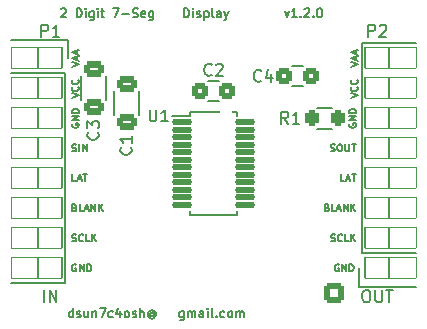
<source format=gbr>
G04 #@! TF.GenerationSoftware,KiCad,Pcbnew,8.0.6*
G04 #@! TF.CreationDate,2025-01-22T10:29:33-05:00*
G04 #@! TF.ProjectId,disp,64697370-2e6b-4696-9361-645f70636258,rev?*
G04 #@! TF.SameCoordinates,Original*
G04 #@! TF.FileFunction,Legend,Top*
G04 #@! TF.FilePolarity,Positive*
%FSLAX46Y46*%
G04 Gerber Fmt 4.6, Leading zero omitted, Abs format (unit mm)*
G04 Created by KiCad (PCBNEW 8.0.6) date 2025-01-22 10:29:33*
%MOMM*%
%LPD*%
G01*
G04 APERTURE LIST*
G04 Aperture macros list*
%AMRoundRect*
0 Rectangle with rounded corners*
0 $1 Rounding radius*
0 $2 $3 $4 $5 $6 $7 $8 $9 X,Y pos of 4 corners*
0 Add a 4 corners polygon primitive as box body*
4,1,4,$2,$3,$4,$5,$6,$7,$8,$9,$2,$3,0*
0 Add four circle primitives for the rounded corners*
1,1,$1+$1,$2,$3*
1,1,$1+$1,$4,$5*
1,1,$1+$1,$6,$7*
1,1,$1+$1,$8,$9*
0 Add four rect primitives between the rounded corners*
20,1,$1+$1,$2,$3,$4,$5,0*
20,1,$1+$1,$4,$5,$6,$7,0*
20,1,$1+$1,$6,$7,$8,$9,0*
20,1,$1+$1,$8,$9,$2,$3,0*%
G04 Aperture macros list end*
%ADD10C,0.150000*%
%ADD11RoundRect,0.265875X0.584925X0.584925X-0.584925X0.584925X-0.584925X-0.584925X0.584925X-0.584925X0*%
%ADD12C,1.701600*%
%ADD13RoundRect,0.275400X-0.275400X-0.425400X0.275400X-0.425400X0.275400X0.425400X-0.275400X0.425400X0*%
%ADD14RoundRect,0.270320X-0.430480X-0.405480X0.430480X-0.405480X0.430480X0.405480X-0.430480X0.405480X0*%
%ADD15RoundRect,0.270320X0.430480X0.405480X-0.430480X0.405480X-0.430480X-0.405480X0.430480X-0.405480X0*%
%ADD16RoundRect,0.271167X-0.579633X0.379633X-0.579633X-0.379633X0.579633X-0.379633X0.579633X0.379633X0*%
%ADD17RoundRect,0.050800X1.651000X0.889000X-1.651000X0.889000X-1.651000X-0.889000X1.651000X-0.889000X0*%
%ADD18RoundRect,0.050800X1.016000X0.889000X-1.016000X0.889000X-1.016000X-0.889000X1.016000X-0.889000X0*%
%ADD19RoundRect,0.050800X-1.651000X-0.889000X1.651000X-0.889000X1.651000X0.889000X-1.651000X0.889000X0*%
%ADD20RoundRect,0.050800X-1.016000X-0.889000X1.016000X-0.889000X1.016000X0.889000X-1.016000X0.889000X0*%
%ADD21RoundRect,0.125400X-0.725400X-0.125400X0.725400X-0.125400X0.725400X0.125400X-0.725400X0.125400X0*%
%ADD22C,1.244600*%
%ADD23C,0.990600*%
G04 APERTURE END LIST*
D10*
X156289342Y-95707142D02*
X156260771Y-95764285D01*
X156260771Y-95764285D02*
X156260771Y-95849999D01*
X156260771Y-95849999D02*
X156289342Y-95935713D01*
X156289342Y-95935713D02*
X156346485Y-95992856D01*
X156346485Y-95992856D02*
X156403628Y-96021427D01*
X156403628Y-96021427D02*
X156517914Y-96049999D01*
X156517914Y-96049999D02*
X156603628Y-96049999D01*
X156603628Y-96049999D02*
X156717914Y-96021427D01*
X156717914Y-96021427D02*
X156775057Y-95992856D01*
X156775057Y-95992856D02*
X156832200Y-95935713D01*
X156832200Y-95935713D02*
X156860771Y-95849999D01*
X156860771Y-95849999D02*
X156860771Y-95792856D01*
X156860771Y-95792856D02*
X156832200Y-95707142D01*
X156832200Y-95707142D02*
X156803628Y-95678570D01*
X156803628Y-95678570D02*
X156603628Y-95678570D01*
X156603628Y-95678570D02*
X156603628Y-95792856D01*
X156860771Y-95421427D02*
X156260771Y-95421427D01*
X156260771Y-95421427D02*
X156860771Y-95078570D01*
X156860771Y-95078570D02*
X156260771Y-95078570D01*
X156860771Y-94792856D02*
X156260771Y-94792856D01*
X156260771Y-94792856D02*
X156260771Y-94649999D01*
X156260771Y-94649999D02*
X156289342Y-94564285D01*
X156289342Y-94564285D02*
X156346485Y-94507142D01*
X156346485Y-94507142D02*
X156403628Y-94478571D01*
X156403628Y-94478571D02*
X156517914Y-94449999D01*
X156517914Y-94449999D02*
X156603628Y-94449999D01*
X156603628Y-94449999D02*
X156717914Y-94478571D01*
X156717914Y-94478571D02*
X156775057Y-94507142D01*
X156775057Y-94507142D02*
X156832200Y-94564285D01*
X156832200Y-94564285D02*
X156860771Y-94649999D01*
X156860771Y-94649999D02*
X156860771Y-94792856D01*
X154387602Y-102825485D02*
X154473316Y-102854057D01*
X154473316Y-102854057D02*
X154501887Y-102882628D01*
X154501887Y-102882628D02*
X154530459Y-102939771D01*
X154530459Y-102939771D02*
X154530459Y-103025485D01*
X154530459Y-103025485D02*
X154501887Y-103082628D01*
X154501887Y-103082628D02*
X154473316Y-103111200D01*
X154473316Y-103111200D02*
X154416173Y-103139771D01*
X154416173Y-103139771D02*
X154187602Y-103139771D01*
X154187602Y-103139771D02*
X154187602Y-102539771D01*
X154187602Y-102539771D02*
X154387602Y-102539771D01*
X154387602Y-102539771D02*
X154444745Y-102568342D01*
X154444745Y-102568342D02*
X154473316Y-102596914D01*
X154473316Y-102596914D02*
X154501887Y-102654057D01*
X154501887Y-102654057D02*
X154501887Y-102711200D01*
X154501887Y-102711200D02*
X154473316Y-102768342D01*
X154473316Y-102768342D02*
X154444745Y-102796914D01*
X154444745Y-102796914D02*
X154387602Y-102825485D01*
X154387602Y-102825485D02*
X154187602Y-102825485D01*
X155073316Y-103139771D02*
X154787602Y-103139771D01*
X154787602Y-103139771D02*
X154787602Y-102539771D01*
X155244744Y-102968342D02*
X155530459Y-102968342D01*
X155187601Y-103139771D02*
X155387601Y-102539771D01*
X155387601Y-102539771D02*
X155587601Y-103139771D01*
X155787602Y-103139771D02*
X155787602Y-102539771D01*
X155787602Y-102539771D02*
X156130459Y-103139771D01*
X156130459Y-103139771D02*
X156130459Y-102539771D01*
X156416173Y-103139771D02*
X156416173Y-102539771D01*
X156759030Y-103139771D02*
X156501887Y-102796914D01*
X156759030Y-102539771D02*
X156416173Y-102882628D01*
X155374887Y-107648342D02*
X155317745Y-107619771D01*
X155317745Y-107619771D02*
X155232030Y-107619771D01*
X155232030Y-107619771D02*
X155146316Y-107648342D01*
X155146316Y-107648342D02*
X155089173Y-107705485D01*
X155089173Y-107705485D02*
X155060602Y-107762628D01*
X155060602Y-107762628D02*
X155032030Y-107876914D01*
X155032030Y-107876914D02*
X155032030Y-107962628D01*
X155032030Y-107962628D02*
X155060602Y-108076914D01*
X155060602Y-108076914D02*
X155089173Y-108134057D01*
X155089173Y-108134057D02*
X155146316Y-108191200D01*
X155146316Y-108191200D02*
X155232030Y-108219771D01*
X155232030Y-108219771D02*
X155289173Y-108219771D01*
X155289173Y-108219771D02*
X155374887Y-108191200D01*
X155374887Y-108191200D02*
X155403459Y-108162628D01*
X155403459Y-108162628D02*
X155403459Y-107962628D01*
X155403459Y-107962628D02*
X155289173Y-107962628D01*
X155660602Y-108219771D02*
X155660602Y-107619771D01*
X155660602Y-107619771D02*
X156003459Y-108219771D01*
X156003459Y-108219771D02*
X156003459Y-107619771D01*
X156289173Y-108219771D02*
X156289173Y-107619771D01*
X156289173Y-107619771D02*
X156432030Y-107619771D01*
X156432030Y-107619771D02*
X156517744Y-107648342D01*
X156517744Y-107648342D02*
X156574887Y-107705485D01*
X156574887Y-107705485D02*
X156603458Y-107762628D01*
X156603458Y-107762628D02*
X156632030Y-107876914D01*
X156632030Y-107876914D02*
X156632030Y-107962628D01*
X156632030Y-107962628D02*
X156603458Y-108076914D01*
X156603458Y-108076914D02*
X156574887Y-108134057D01*
X156574887Y-108134057D02*
X156517744Y-108191200D01*
X156517744Y-108191200D02*
X156432030Y-108219771D01*
X156432030Y-108219771D02*
X156289173Y-108219771D01*
X157623000Y-109817819D02*
X157813476Y-109817819D01*
X157813476Y-109817819D02*
X157908714Y-109865438D01*
X157908714Y-109865438D02*
X158003952Y-109960676D01*
X158003952Y-109960676D02*
X158051571Y-110151152D01*
X158051571Y-110151152D02*
X158051571Y-110484485D01*
X158051571Y-110484485D02*
X158003952Y-110674961D01*
X158003952Y-110674961D02*
X157908714Y-110770200D01*
X157908714Y-110770200D02*
X157813476Y-110817819D01*
X157813476Y-110817819D02*
X157623000Y-110817819D01*
X157623000Y-110817819D02*
X157527762Y-110770200D01*
X157527762Y-110770200D02*
X157432524Y-110674961D01*
X157432524Y-110674961D02*
X157384905Y-110484485D01*
X157384905Y-110484485D02*
X157384905Y-110151152D01*
X157384905Y-110151152D02*
X157432524Y-109960676D01*
X157432524Y-109960676D02*
X157527762Y-109865438D01*
X157527762Y-109865438D02*
X157623000Y-109817819D01*
X158480143Y-109817819D02*
X158480143Y-110627342D01*
X158480143Y-110627342D02*
X158527762Y-110722580D01*
X158527762Y-110722580D02*
X158575381Y-110770200D01*
X158575381Y-110770200D02*
X158670619Y-110817819D01*
X158670619Y-110817819D02*
X158861095Y-110817819D01*
X158861095Y-110817819D02*
X158956333Y-110770200D01*
X158956333Y-110770200D02*
X159003952Y-110722580D01*
X159003952Y-110722580D02*
X159051571Y-110627342D01*
X159051571Y-110627342D02*
X159051571Y-109817819D01*
X159384905Y-109817819D02*
X159956333Y-109817819D01*
X159670619Y-110817819D02*
X159670619Y-109817819D01*
X132800969Y-105651200D02*
X132886684Y-105679771D01*
X132886684Y-105679771D02*
X133029541Y-105679771D01*
X133029541Y-105679771D02*
X133086684Y-105651200D01*
X133086684Y-105651200D02*
X133115255Y-105622628D01*
X133115255Y-105622628D02*
X133143826Y-105565485D01*
X133143826Y-105565485D02*
X133143826Y-105508342D01*
X133143826Y-105508342D02*
X133115255Y-105451200D01*
X133115255Y-105451200D02*
X133086684Y-105422628D01*
X133086684Y-105422628D02*
X133029541Y-105394057D01*
X133029541Y-105394057D02*
X132915255Y-105365485D01*
X132915255Y-105365485D02*
X132858112Y-105336914D01*
X132858112Y-105336914D02*
X132829541Y-105308342D01*
X132829541Y-105308342D02*
X132800969Y-105251200D01*
X132800969Y-105251200D02*
X132800969Y-105194057D01*
X132800969Y-105194057D02*
X132829541Y-105136914D01*
X132829541Y-105136914D02*
X132858112Y-105108342D01*
X132858112Y-105108342D02*
X132915255Y-105079771D01*
X132915255Y-105079771D02*
X133058112Y-105079771D01*
X133058112Y-105079771D02*
X133143826Y-105108342D01*
X133743827Y-105622628D02*
X133715255Y-105651200D01*
X133715255Y-105651200D02*
X133629541Y-105679771D01*
X133629541Y-105679771D02*
X133572398Y-105679771D01*
X133572398Y-105679771D02*
X133486684Y-105651200D01*
X133486684Y-105651200D02*
X133429541Y-105594057D01*
X133429541Y-105594057D02*
X133400970Y-105536914D01*
X133400970Y-105536914D02*
X133372398Y-105422628D01*
X133372398Y-105422628D02*
X133372398Y-105336914D01*
X133372398Y-105336914D02*
X133400970Y-105222628D01*
X133400970Y-105222628D02*
X133429541Y-105165485D01*
X133429541Y-105165485D02*
X133486684Y-105108342D01*
X133486684Y-105108342D02*
X133572398Y-105079771D01*
X133572398Y-105079771D02*
X133629541Y-105079771D01*
X133629541Y-105079771D02*
X133715255Y-105108342D01*
X133715255Y-105108342D02*
X133743827Y-105136914D01*
X134286684Y-105679771D02*
X134000970Y-105679771D01*
X134000970Y-105679771D02*
X134000970Y-105079771D01*
X134486684Y-105679771D02*
X134486684Y-105079771D01*
X134829541Y-105679771D02*
X134572398Y-105336914D01*
X134829541Y-105079771D02*
X134486684Y-105422628D01*
X131866571Y-86020592D02*
X131902285Y-85984878D01*
X131902285Y-85984878D02*
X131973714Y-85949164D01*
X131973714Y-85949164D02*
X132152285Y-85949164D01*
X132152285Y-85949164D02*
X132223714Y-85984878D01*
X132223714Y-85984878D02*
X132259428Y-86020592D01*
X132259428Y-86020592D02*
X132295142Y-86092021D01*
X132295142Y-86092021D02*
X132295142Y-86163450D01*
X132295142Y-86163450D02*
X132259428Y-86270592D01*
X132259428Y-86270592D02*
X131830856Y-86699164D01*
X131830856Y-86699164D02*
X132295142Y-86699164D01*
X133188000Y-86699164D02*
X133188000Y-85949164D01*
X133188000Y-85949164D02*
X133366571Y-85949164D01*
X133366571Y-85949164D02*
X133473714Y-85984878D01*
X133473714Y-85984878D02*
X133545143Y-86056307D01*
X133545143Y-86056307D02*
X133580857Y-86127735D01*
X133580857Y-86127735D02*
X133616571Y-86270592D01*
X133616571Y-86270592D02*
X133616571Y-86377735D01*
X133616571Y-86377735D02*
X133580857Y-86520592D01*
X133580857Y-86520592D02*
X133545143Y-86592021D01*
X133545143Y-86592021D02*
X133473714Y-86663450D01*
X133473714Y-86663450D02*
X133366571Y-86699164D01*
X133366571Y-86699164D02*
X133188000Y-86699164D01*
X133938000Y-86699164D02*
X133938000Y-86199164D01*
X133938000Y-85949164D02*
X133902286Y-85984878D01*
X133902286Y-85984878D02*
X133938000Y-86020592D01*
X133938000Y-86020592D02*
X133973714Y-85984878D01*
X133973714Y-85984878D02*
X133938000Y-85949164D01*
X133938000Y-85949164D02*
X133938000Y-86020592D01*
X134616572Y-86199164D02*
X134616572Y-86806307D01*
X134616572Y-86806307D02*
X134580857Y-86877735D01*
X134580857Y-86877735D02*
X134545143Y-86913450D01*
X134545143Y-86913450D02*
X134473714Y-86949164D01*
X134473714Y-86949164D02*
X134366572Y-86949164D01*
X134366572Y-86949164D02*
X134295143Y-86913450D01*
X134616572Y-86663450D02*
X134545143Y-86699164D01*
X134545143Y-86699164D02*
X134402286Y-86699164D01*
X134402286Y-86699164D02*
X134330857Y-86663450D01*
X134330857Y-86663450D02*
X134295143Y-86627735D01*
X134295143Y-86627735D02*
X134259429Y-86556307D01*
X134259429Y-86556307D02*
X134259429Y-86342021D01*
X134259429Y-86342021D02*
X134295143Y-86270592D01*
X134295143Y-86270592D02*
X134330857Y-86234878D01*
X134330857Y-86234878D02*
X134402286Y-86199164D01*
X134402286Y-86199164D02*
X134545143Y-86199164D01*
X134545143Y-86199164D02*
X134616572Y-86234878D01*
X134973714Y-86699164D02*
X134973714Y-86199164D01*
X134973714Y-85949164D02*
X134938000Y-85984878D01*
X134938000Y-85984878D02*
X134973714Y-86020592D01*
X134973714Y-86020592D02*
X135009428Y-85984878D01*
X135009428Y-85984878D02*
X134973714Y-85949164D01*
X134973714Y-85949164D02*
X134973714Y-86020592D01*
X135223714Y-86199164D02*
X135509428Y-86199164D01*
X135330857Y-85949164D02*
X135330857Y-86592021D01*
X135330857Y-86592021D02*
X135366571Y-86663450D01*
X135366571Y-86663450D02*
X135438000Y-86699164D01*
X135438000Y-86699164D02*
X135509428Y-86699164D01*
X136259428Y-85949164D02*
X136759428Y-85949164D01*
X136759428Y-85949164D02*
X136438000Y-86699164D01*
X137045143Y-86413450D02*
X137616572Y-86413450D01*
X137938000Y-86663450D02*
X138045143Y-86699164D01*
X138045143Y-86699164D02*
X138223714Y-86699164D01*
X138223714Y-86699164D02*
X138295143Y-86663450D01*
X138295143Y-86663450D02*
X138330857Y-86627735D01*
X138330857Y-86627735D02*
X138366571Y-86556307D01*
X138366571Y-86556307D02*
X138366571Y-86484878D01*
X138366571Y-86484878D02*
X138330857Y-86413450D01*
X138330857Y-86413450D02*
X138295143Y-86377735D01*
X138295143Y-86377735D02*
X138223714Y-86342021D01*
X138223714Y-86342021D02*
X138080857Y-86306307D01*
X138080857Y-86306307D02*
X138009428Y-86270592D01*
X138009428Y-86270592D02*
X137973714Y-86234878D01*
X137973714Y-86234878D02*
X137938000Y-86163450D01*
X137938000Y-86163450D02*
X137938000Y-86092021D01*
X137938000Y-86092021D02*
X137973714Y-86020592D01*
X137973714Y-86020592D02*
X138009428Y-85984878D01*
X138009428Y-85984878D02*
X138080857Y-85949164D01*
X138080857Y-85949164D02*
X138259428Y-85949164D01*
X138259428Y-85949164D02*
X138366571Y-85984878D01*
X138973714Y-86663450D02*
X138902286Y-86699164D01*
X138902286Y-86699164D02*
X138759429Y-86699164D01*
X138759429Y-86699164D02*
X138688000Y-86663450D01*
X138688000Y-86663450D02*
X138652286Y-86592021D01*
X138652286Y-86592021D02*
X138652286Y-86306307D01*
X138652286Y-86306307D02*
X138688000Y-86234878D01*
X138688000Y-86234878D02*
X138759429Y-86199164D01*
X138759429Y-86199164D02*
X138902286Y-86199164D01*
X138902286Y-86199164D02*
X138973714Y-86234878D01*
X138973714Y-86234878D02*
X139009429Y-86306307D01*
X139009429Y-86306307D02*
X139009429Y-86377735D01*
X139009429Y-86377735D02*
X138652286Y-86449164D01*
X139652286Y-86199164D02*
X139652286Y-86806307D01*
X139652286Y-86806307D02*
X139616571Y-86877735D01*
X139616571Y-86877735D02*
X139580857Y-86913450D01*
X139580857Y-86913450D02*
X139509428Y-86949164D01*
X139509428Y-86949164D02*
X139402286Y-86949164D01*
X139402286Y-86949164D02*
X139330857Y-86913450D01*
X139652286Y-86663450D02*
X139580857Y-86699164D01*
X139580857Y-86699164D02*
X139438000Y-86699164D01*
X139438000Y-86699164D02*
X139366571Y-86663450D01*
X139366571Y-86663450D02*
X139330857Y-86627735D01*
X139330857Y-86627735D02*
X139295143Y-86556307D01*
X139295143Y-86556307D02*
X139295143Y-86342021D01*
X139295143Y-86342021D02*
X139330857Y-86270592D01*
X139330857Y-86270592D02*
X139366571Y-86234878D01*
X139366571Y-86234878D02*
X139438000Y-86199164D01*
X139438000Y-86199164D02*
X139580857Y-86199164D01*
X139580857Y-86199164D02*
X139652286Y-86234878D01*
X142295144Y-86699164D02*
X142295144Y-85949164D01*
X142295144Y-85949164D02*
X142473715Y-85949164D01*
X142473715Y-85949164D02*
X142580858Y-85984878D01*
X142580858Y-85984878D02*
X142652287Y-86056307D01*
X142652287Y-86056307D02*
X142688001Y-86127735D01*
X142688001Y-86127735D02*
X142723715Y-86270592D01*
X142723715Y-86270592D02*
X142723715Y-86377735D01*
X142723715Y-86377735D02*
X142688001Y-86520592D01*
X142688001Y-86520592D02*
X142652287Y-86592021D01*
X142652287Y-86592021D02*
X142580858Y-86663450D01*
X142580858Y-86663450D02*
X142473715Y-86699164D01*
X142473715Y-86699164D02*
X142295144Y-86699164D01*
X143045144Y-86699164D02*
X143045144Y-86199164D01*
X143045144Y-85949164D02*
X143009430Y-85984878D01*
X143009430Y-85984878D02*
X143045144Y-86020592D01*
X143045144Y-86020592D02*
X143080858Y-85984878D01*
X143080858Y-85984878D02*
X143045144Y-85949164D01*
X143045144Y-85949164D02*
X143045144Y-86020592D01*
X143366573Y-86663450D02*
X143438001Y-86699164D01*
X143438001Y-86699164D02*
X143580858Y-86699164D01*
X143580858Y-86699164D02*
X143652287Y-86663450D01*
X143652287Y-86663450D02*
X143688001Y-86592021D01*
X143688001Y-86592021D02*
X143688001Y-86556307D01*
X143688001Y-86556307D02*
X143652287Y-86484878D01*
X143652287Y-86484878D02*
X143580858Y-86449164D01*
X143580858Y-86449164D02*
X143473716Y-86449164D01*
X143473716Y-86449164D02*
X143402287Y-86413450D01*
X143402287Y-86413450D02*
X143366573Y-86342021D01*
X143366573Y-86342021D02*
X143366573Y-86306307D01*
X143366573Y-86306307D02*
X143402287Y-86234878D01*
X143402287Y-86234878D02*
X143473716Y-86199164D01*
X143473716Y-86199164D02*
X143580858Y-86199164D01*
X143580858Y-86199164D02*
X143652287Y-86234878D01*
X144009430Y-86199164D02*
X144009430Y-86949164D01*
X144009430Y-86234878D02*
X144080859Y-86199164D01*
X144080859Y-86199164D02*
X144223716Y-86199164D01*
X144223716Y-86199164D02*
X144295144Y-86234878D01*
X144295144Y-86234878D02*
X144330859Y-86270592D01*
X144330859Y-86270592D02*
X144366573Y-86342021D01*
X144366573Y-86342021D02*
X144366573Y-86556307D01*
X144366573Y-86556307D02*
X144330859Y-86627735D01*
X144330859Y-86627735D02*
X144295144Y-86663450D01*
X144295144Y-86663450D02*
X144223716Y-86699164D01*
X144223716Y-86699164D02*
X144080859Y-86699164D01*
X144080859Y-86699164D02*
X144009430Y-86663450D01*
X144795144Y-86699164D02*
X144723715Y-86663450D01*
X144723715Y-86663450D02*
X144688001Y-86592021D01*
X144688001Y-86592021D02*
X144688001Y-85949164D01*
X145402287Y-86699164D02*
X145402287Y-86306307D01*
X145402287Y-86306307D02*
X145366572Y-86234878D01*
X145366572Y-86234878D02*
X145295144Y-86199164D01*
X145295144Y-86199164D02*
X145152287Y-86199164D01*
X145152287Y-86199164D02*
X145080858Y-86234878D01*
X145402287Y-86663450D02*
X145330858Y-86699164D01*
X145330858Y-86699164D02*
X145152287Y-86699164D01*
X145152287Y-86699164D02*
X145080858Y-86663450D01*
X145080858Y-86663450D02*
X145045144Y-86592021D01*
X145045144Y-86592021D02*
X145045144Y-86520592D01*
X145045144Y-86520592D02*
X145080858Y-86449164D01*
X145080858Y-86449164D02*
X145152287Y-86413450D01*
X145152287Y-86413450D02*
X145330858Y-86413450D01*
X145330858Y-86413450D02*
X145402287Y-86377735D01*
X145688000Y-86199164D02*
X145866572Y-86699164D01*
X146045143Y-86199164D02*
X145866572Y-86699164D01*
X145866572Y-86699164D02*
X145795143Y-86877735D01*
X145795143Y-86877735D02*
X145759429Y-86913450D01*
X145759429Y-86913450D02*
X145688000Y-86949164D01*
X156387771Y-93510000D02*
X156987771Y-93310000D01*
X156987771Y-93310000D02*
X156387771Y-93110000D01*
X156930628Y-92567142D02*
X156959200Y-92595714D01*
X156959200Y-92595714D02*
X156987771Y-92681428D01*
X156987771Y-92681428D02*
X156987771Y-92738571D01*
X156987771Y-92738571D02*
X156959200Y-92824285D01*
X156959200Y-92824285D02*
X156902057Y-92881428D01*
X156902057Y-92881428D02*
X156844914Y-92909999D01*
X156844914Y-92909999D02*
X156730628Y-92938571D01*
X156730628Y-92938571D02*
X156644914Y-92938571D01*
X156644914Y-92938571D02*
X156530628Y-92909999D01*
X156530628Y-92909999D02*
X156473485Y-92881428D01*
X156473485Y-92881428D02*
X156416342Y-92824285D01*
X156416342Y-92824285D02*
X156387771Y-92738571D01*
X156387771Y-92738571D02*
X156387771Y-92681428D01*
X156387771Y-92681428D02*
X156416342Y-92595714D01*
X156416342Y-92595714D02*
X156444914Y-92567142D01*
X156930628Y-91967142D02*
X156959200Y-91995714D01*
X156959200Y-91995714D02*
X156987771Y-92081428D01*
X156987771Y-92081428D02*
X156987771Y-92138571D01*
X156987771Y-92138571D02*
X156959200Y-92224285D01*
X156959200Y-92224285D02*
X156902057Y-92281428D01*
X156902057Y-92281428D02*
X156844914Y-92309999D01*
X156844914Y-92309999D02*
X156730628Y-92338571D01*
X156730628Y-92338571D02*
X156644914Y-92338571D01*
X156644914Y-92338571D02*
X156530628Y-92309999D01*
X156530628Y-92309999D02*
X156473485Y-92281428D01*
X156473485Y-92281428D02*
X156416342Y-92224285D01*
X156416342Y-92224285D02*
X156387771Y-92138571D01*
X156387771Y-92138571D02*
X156387771Y-92081428D01*
X156387771Y-92081428D02*
X156416342Y-91995714D01*
X156416342Y-91995714D02*
X156444914Y-91967142D01*
X155844744Y-100599771D02*
X155559030Y-100599771D01*
X155559030Y-100599771D02*
X155559030Y-99999771D01*
X156016172Y-100428342D02*
X156301887Y-100428342D01*
X155959029Y-100599771D02*
X156159029Y-99999771D01*
X156159029Y-99999771D02*
X156359029Y-100599771D01*
X156473315Y-99999771D02*
X156816173Y-99999771D01*
X156644744Y-100599771D02*
X156644744Y-99999771D01*
X154701887Y-98031200D02*
X154787602Y-98059771D01*
X154787602Y-98059771D02*
X154930459Y-98059771D01*
X154930459Y-98059771D02*
X154987602Y-98031200D01*
X154987602Y-98031200D02*
X155016173Y-98002628D01*
X155016173Y-98002628D02*
X155044744Y-97945485D01*
X155044744Y-97945485D02*
X155044744Y-97888342D01*
X155044744Y-97888342D02*
X155016173Y-97831200D01*
X155016173Y-97831200D02*
X154987602Y-97802628D01*
X154987602Y-97802628D02*
X154930459Y-97774057D01*
X154930459Y-97774057D02*
X154816173Y-97745485D01*
X154816173Y-97745485D02*
X154759030Y-97716914D01*
X154759030Y-97716914D02*
X154730459Y-97688342D01*
X154730459Y-97688342D02*
X154701887Y-97631200D01*
X154701887Y-97631200D02*
X154701887Y-97574057D01*
X154701887Y-97574057D02*
X154730459Y-97516914D01*
X154730459Y-97516914D02*
X154759030Y-97488342D01*
X154759030Y-97488342D02*
X154816173Y-97459771D01*
X154816173Y-97459771D02*
X154959030Y-97459771D01*
X154959030Y-97459771D02*
X155044744Y-97488342D01*
X155416173Y-97459771D02*
X155530459Y-97459771D01*
X155530459Y-97459771D02*
X155587602Y-97488342D01*
X155587602Y-97488342D02*
X155644745Y-97545485D01*
X155644745Y-97545485D02*
X155673316Y-97659771D01*
X155673316Y-97659771D02*
X155673316Y-97859771D01*
X155673316Y-97859771D02*
X155644745Y-97974057D01*
X155644745Y-97974057D02*
X155587602Y-98031200D01*
X155587602Y-98031200D02*
X155530459Y-98059771D01*
X155530459Y-98059771D02*
X155416173Y-98059771D01*
X155416173Y-98059771D02*
X155359031Y-98031200D01*
X155359031Y-98031200D02*
X155301888Y-97974057D01*
X155301888Y-97974057D02*
X155273316Y-97859771D01*
X155273316Y-97859771D02*
X155273316Y-97659771D01*
X155273316Y-97659771D02*
X155301888Y-97545485D01*
X155301888Y-97545485D02*
X155359031Y-97488342D01*
X155359031Y-97488342D02*
X155416173Y-97459771D01*
X155930459Y-97459771D02*
X155930459Y-97945485D01*
X155930459Y-97945485D02*
X155959030Y-98002628D01*
X155959030Y-98002628D02*
X155987602Y-98031200D01*
X155987602Y-98031200D02*
X156044744Y-98059771D01*
X156044744Y-98059771D02*
X156159030Y-98059771D01*
X156159030Y-98059771D02*
X156216173Y-98031200D01*
X156216173Y-98031200D02*
X156244744Y-98002628D01*
X156244744Y-98002628D02*
X156273316Y-97945485D01*
X156273316Y-97945485D02*
X156273316Y-97459771D01*
X156473315Y-97459771D02*
X156816173Y-97459771D01*
X156644744Y-98059771D02*
X156644744Y-97459771D01*
X156387771Y-90884286D02*
X156987771Y-90684286D01*
X156987771Y-90684286D02*
X156387771Y-90484286D01*
X156816342Y-90312857D02*
X156816342Y-90027143D01*
X156987771Y-90370000D02*
X156387771Y-90170000D01*
X156387771Y-90170000D02*
X156987771Y-89970000D01*
X156816342Y-89798571D02*
X156816342Y-89512857D01*
X156987771Y-89855714D02*
X156387771Y-89655714D01*
X156387771Y-89655714D02*
X156987771Y-89455714D01*
X132800969Y-98031200D02*
X132886684Y-98059771D01*
X132886684Y-98059771D02*
X133029541Y-98059771D01*
X133029541Y-98059771D02*
X133086684Y-98031200D01*
X133086684Y-98031200D02*
X133115255Y-98002628D01*
X133115255Y-98002628D02*
X133143826Y-97945485D01*
X133143826Y-97945485D02*
X133143826Y-97888342D01*
X133143826Y-97888342D02*
X133115255Y-97831200D01*
X133115255Y-97831200D02*
X133086684Y-97802628D01*
X133086684Y-97802628D02*
X133029541Y-97774057D01*
X133029541Y-97774057D02*
X132915255Y-97745485D01*
X132915255Y-97745485D02*
X132858112Y-97716914D01*
X132858112Y-97716914D02*
X132829541Y-97688342D01*
X132829541Y-97688342D02*
X132800969Y-97631200D01*
X132800969Y-97631200D02*
X132800969Y-97574057D01*
X132800969Y-97574057D02*
X132829541Y-97516914D01*
X132829541Y-97516914D02*
X132858112Y-97488342D01*
X132858112Y-97488342D02*
X132915255Y-97459771D01*
X132915255Y-97459771D02*
X133058112Y-97459771D01*
X133058112Y-97459771D02*
X133143826Y-97488342D01*
X133400970Y-98059771D02*
X133400970Y-97459771D01*
X133686684Y-98059771D02*
X133686684Y-97459771D01*
X133686684Y-97459771D02*
X134029541Y-98059771D01*
X134029541Y-98059771D02*
X134029541Y-97459771D01*
X133143826Y-107648342D02*
X133086684Y-107619771D01*
X133086684Y-107619771D02*
X133000969Y-107619771D01*
X133000969Y-107619771D02*
X132915255Y-107648342D01*
X132915255Y-107648342D02*
X132858112Y-107705485D01*
X132858112Y-107705485D02*
X132829541Y-107762628D01*
X132829541Y-107762628D02*
X132800969Y-107876914D01*
X132800969Y-107876914D02*
X132800969Y-107962628D01*
X132800969Y-107962628D02*
X132829541Y-108076914D01*
X132829541Y-108076914D02*
X132858112Y-108134057D01*
X132858112Y-108134057D02*
X132915255Y-108191200D01*
X132915255Y-108191200D02*
X133000969Y-108219771D01*
X133000969Y-108219771D02*
X133058112Y-108219771D01*
X133058112Y-108219771D02*
X133143826Y-108191200D01*
X133143826Y-108191200D02*
X133172398Y-108162628D01*
X133172398Y-108162628D02*
X133172398Y-107962628D01*
X133172398Y-107962628D02*
X133058112Y-107962628D01*
X133429541Y-108219771D02*
X133429541Y-107619771D01*
X133429541Y-107619771D02*
X133772398Y-108219771D01*
X133772398Y-108219771D02*
X133772398Y-107619771D01*
X134058112Y-108219771D02*
X134058112Y-107619771D01*
X134058112Y-107619771D02*
X134200969Y-107619771D01*
X134200969Y-107619771D02*
X134286683Y-107648342D01*
X134286683Y-107648342D02*
X134343826Y-107705485D01*
X134343826Y-107705485D02*
X134372397Y-107762628D01*
X134372397Y-107762628D02*
X134400969Y-107876914D01*
X134400969Y-107876914D02*
X134400969Y-107962628D01*
X134400969Y-107962628D02*
X134372397Y-108076914D01*
X134372397Y-108076914D02*
X134343826Y-108134057D01*
X134343826Y-108134057D02*
X134286683Y-108191200D01*
X134286683Y-108191200D02*
X134200969Y-108219771D01*
X134200969Y-108219771D02*
X134058112Y-108219771D01*
X133115255Y-100599771D02*
X132829541Y-100599771D01*
X132829541Y-100599771D02*
X132829541Y-99999771D01*
X133286683Y-100428342D02*
X133572398Y-100428342D01*
X133229540Y-100599771D02*
X133429540Y-99999771D01*
X133429540Y-99999771D02*
X133629540Y-100599771D01*
X133743826Y-99999771D02*
X134086684Y-99999771D01*
X133915255Y-100599771D02*
X133915255Y-99999771D01*
X130413191Y-110817819D02*
X130413191Y-109817819D01*
X130889381Y-110817819D02*
X130889381Y-109817819D01*
X130889381Y-109817819D02*
X131460809Y-110817819D01*
X131460809Y-110817819D02*
X131460809Y-109817819D01*
X154730458Y-105651200D02*
X154816173Y-105679771D01*
X154816173Y-105679771D02*
X154959030Y-105679771D01*
X154959030Y-105679771D02*
X155016173Y-105651200D01*
X155016173Y-105651200D02*
X155044744Y-105622628D01*
X155044744Y-105622628D02*
X155073315Y-105565485D01*
X155073315Y-105565485D02*
X155073315Y-105508342D01*
X155073315Y-105508342D02*
X155044744Y-105451200D01*
X155044744Y-105451200D02*
X155016173Y-105422628D01*
X155016173Y-105422628D02*
X154959030Y-105394057D01*
X154959030Y-105394057D02*
X154844744Y-105365485D01*
X154844744Y-105365485D02*
X154787601Y-105336914D01*
X154787601Y-105336914D02*
X154759030Y-105308342D01*
X154759030Y-105308342D02*
X154730458Y-105251200D01*
X154730458Y-105251200D02*
X154730458Y-105194057D01*
X154730458Y-105194057D02*
X154759030Y-105136914D01*
X154759030Y-105136914D02*
X154787601Y-105108342D01*
X154787601Y-105108342D02*
X154844744Y-105079771D01*
X154844744Y-105079771D02*
X154987601Y-105079771D01*
X154987601Y-105079771D02*
X155073315Y-105108342D01*
X155673316Y-105622628D02*
X155644744Y-105651200D01*
X155644744Y-105651200D02*
X155559030Y-105679771D01*
X155559030Y-105679771D02*
X155501887Y-105679771D01*
X155501887Y-105679771D02*
X155416173Y-105651200D01*
X155416173Y-105651200D02*
X155359030Y-105594057D01*
X155359030Y-105594057D02*
X155330459Y-105536914D01*
X155330459Y-105536914D02*
X155301887Y-105422628D01*
X155301887Y-105422628D02*
X155301887Y-105336914D01*
X155301887Y-105336914D02*
X155330459Y-105222628D01*
X155330459Y-105222628D02*
X155359030Y-105165485D01*
X155359030Y-105165485D02*
X155416173Y-105108342D01*
X155416173Y-105108342D02*
X155501887Y-105079771D01*
X155501887Y-105079771D02*
X155559030Y-105079771D01*
X155559030Y-105079771D02*
X155644744Y-105108342D01*
X155644744Y-105108342D02*
X155673316Y-105136914D01*
X156216173Y-105679771D02*
X155930459Y-105679771D01*
X155930459Y-105679771D02*
X155930459Y-105079771D01*
X156416173Y-105679771D02*
X156416173Y-105079771D01*
X156759030Y-105679771D02*
X156501887Y-105336914D01*
X156759030Y-105079771D02*
X156416173Y-105422628D01*
X132794342Y-95707142D02*
X132765771Y-95764285D01*
X132765771Y-95764285D02*
X132765771Y-95849999D01*
X132765771Y-95849999D02*
X132794342Y-95935713D01*
X132794342Y-95935713D02*
X132851485Y-95992856D01*
X132851485Y-95992856D02*
X132908628Y-96021427D01*
X132908628Y-96021427D02*
X133022914Y-96049999D01*
X133022914Y-96049999D02*
X133108628Y-96049999D01*
X133108628Y-96049999D02*
X133222914Y-96021427D01*
X133222914Y-96021427D02*
X133280057Y-95992856D01*
X133280057Y-95992856D02*
X133337200Y-95935713D01*
X133337200Y-95935713D02*
X133365771Y-95849999D01*
X133365771Y-95849999D02*
X133365771Y-95792856D01*
X133365771Y-95792856D02*
X133337200Y-95707142D01*
X133337200Y-95707142D02*
X133308628Y-95678570D01*
X133308628Y-95678570D02*
X133108628Y-95678570D01*
X133108628Y-95678570D02*
X133108628Y-95792856D01*
X133365771Y-95421427D02*
X132765771Y-95421427D01*
X132765771Y-95421427D02*
X133365771Y-95078570D01*
X133365771Y-95078570D02*
X132765771Y-95078570D01*
X133365771Y-94792856D02*
X132765771Y-94792856D01*
X132765771Y-94792856D02*
X132765771Y-94649999D01*
X132765771Y-94649999D02*
X132794342Y-94564285D01*
X132794342Y-94564285D02*
X132851485Y-94507142D01*
X132851485Y-94507142D02*
X132908628Y-94478571D01*
X132908628Y-94478571D02*
X133022914Y-94449999D01*
X133022914Y-94449999D02*
X133108628Y-94449999D01*
X133108628Y-94449999D02*
X133222914Y-94478571D01*
X133222914Y-94478571D02*
X133280057Y-94507142D01*
X133280057Y-94507142D02*
X133337200Y-94564285D01*
X133337200Y-94564285D02*
X133365771Y-94649999D01*
X133365771Y-94649999D02*
X133365771Y-94792856D01*
X133029541Y-102825485D02*
X133115255Y-102854057D01*
X133115255Y-102854057D02*
X133143826Y-102882628D01*
X133143826Y-102882628D02*
X133172398Y-102939771D01*
X133172398Y-102939771D02*
X133172398Y-103025485D01*
X133172398Y-103025485D02*
X133143826Y-103082628D01*
X133143826Y-103082628D02*
X133115255Y-103111200D01*
X133115255Y-103111200D02*
X133058112Y-103139771D01*
X133058112Y-103139771D02*
X132829541Y-103139771D01*
X132829541Y-103139771D02*
X132829541Y-102539771D01*
X132829541Y-102539771D02*
X133029541Y-102539771D01*
X133029541Y-102539771D02*
X133086684Y-102568342D01*
X133086684Y-102568342D02*
X133115255Y-102596914D01*
X133115255Y-102596914D02*
X133143826Y-102654057D01*
X133143826Y-102654057D02*
X133143826Y-102711200D01*
X133143826Y-102711200D02*
X133115255Y-102768342D01*
X133115255Y-102768342D02*
X133086684Y-102796914D01*
X133086684Y-102796914D02*
X133029541Y-102825485D01*
X133029541Y-102825485D02*
X132829541Y-102825485D01*
X133715255Y-103139771D02*
X133429541Y-103139771D01*
X133429541Y-103139771D02*
X133429541Y-102539771D01*
X133886683Y-102968342D02*
X134172398Y-102968342D01*
X133829540Y-103139771D02*
X134029540Y-102539771D01*
X134029540Y-102539771D02*
X134229540Y-103139771D01*
X134429541Y-103139771D02*
X134429541Y-102539771D01*
X134429541Y-102539771D02*
X134772398Y-103139771D01*
X134772398Y-103139771D02*
X134772398Y-102539771D01*
X135058112Y-103139771D02*
X135058112Y-102539771D01*
X135400969Y-103139771D02*
X135143826Y-102796914D01*
X135400969Y-102539771D02*
X135058112Y-102882628D01*
X132765771Y-93510000D02*
X133365771Y-93310000D01*
X133365771Y-93310000D02*
X132765771Y-93110000D01*
X133308628Y-92567142D02*
X133337200Y-92595714D01*
X133337200Y-92595714D02*
X133365771Y-92681428D01*
X133365771Y-92681428D02*
X133365771Y-92738571D01*
X133365771Y-92738571D02*
X133337200Y-92824285D01*
X133337200Y-92824285D02*
X133280057Y-92881428D01*
X133280057Y-92881428D02*
X133222914Y-92909999D01*
X133222914Y-92909999D02*
X133108628Y-92938571D01*
X133108628Y-92938571D02*
X133022914Y-92938571D01*
X133022914Y-92938571D02*
X132908628Y-92909999D01*
X132908628Y-92909999D02*
X132851485Y-92881428D01*
X132851485Y-92881428D02*
X132794342Y-92824285D01*
X132794342Y-92824285D02*
X132765771Y-92738571D01*
X132765771Y-92738571D02*
X132765771Y-92681428D01*
X132765771Y-92681428D02*
X132794342Y-92595714D01*
X132794342Y-92595714D02*
X132822914Y-92567142D01*
X133308628Y-91967142D02*
X133337200Y-91995714D01*
X133337200Y-91995714D02*
X133365771Y-92081428D01*
X133365771Y-92081428D02*
X133365771Y-92138571D01*
X133365771Y-92138571D02*
X133337200Y-92224285D01*
X133337200Y-92224285D02*
X133280057Y-92281428D01*
X133280057Y-92281428D02*
X133222914Y-92309999D01*
X133222914Y-92309999D02*
X133108628Y-92338571D01*
X133108628Y-92338571D02*
X133022914Y-92338571D01*
X133022914Y-92338571D02*
X132908628Y-92309999D01*
X132908628Y-92309999D02*
X132851485Y-92281428D01*
X132851485Y-92281428D02*
X132794342Y-92224285D01*
X132794342Y-92224285D02*
X132765771Y-92138571D01*
X132765771Y-92138571D02*
X132765771Y-92081428D01*
X132765771Y-92081428D02*
X132794342Y-91995714D01*
X132794342Y-91995714D02*
X132822914Y-91967142D01*
X150792856Y-86199164D02*
X150971428Y-86699164D01*
X150971428Y-86699164D02*
X151149999Y-86199164D01*
X151828571Y-86699164D02*
X151400000Y-86699164D01*
X151614285Y-86699164D02*
X151614285Y-85949164D01*
X151614285Y-85949164D02*
X151542857Y-86056307D01*
X151542857Y-86056307D02*
X151471428Y-86127735D01*
X151471428Y-86127735D02*
X151400000Y-86163450D01*
X152150000Y-86627735D02*
X152185714Y-86663450D01*
X152185714Y-86663450D02*
X152150000Y-86699164D01*
X152150000Y-86699164D02*
X152114286Y-86663450D01*
X152114286Y-86663450D02*
X152150000Y-86627735D01*
X152150000Y-86627735D02*
X152150000Y-86699164D01*
X152471429Y-86020592D02*
X152507143Y-85984878D01*
X152507143Y-85984878D02*
X152578572Y-85949164D01*
X152578572Y-85949164D02*
X152757143Y-85949164D01*
X152757143Y-85949164D02*
X152828572Y-85984878D01*
X152828572Y-85984878D02*
X152864286Y-86020592D01*
X152864286Y-86020592D02*
X152900000Y-86092021D01*
X152900000Y-86092021D02*
X152900000Y-86163450D01*
X152900000Y-86163450D02*
X152864286Y-86270592D01*
X152864286Y-86270592D02*
X152435714Y-86699164D01*
X152435714Y-86699164D02*
X152900000Y-86699164D01*
X153221429Y-86627735D02*
X153257143Y-86663450D01*
X153257143Y-86663450D02*
X153221429Y-86699164D01*
X153221429Y-86699164D02*
X153185715Y-86663450D01*
X153185715Y-86663450D02*
X153221429Y-86627735D01*
X153221429Y-86627735D02*
X153221429Y-86699164D01*
X153721429Y-85949164D02*
X153792858Y-85949164D01*
X153792858Y-85949164D02*
X153864286Y-85984878D01*
X153864286Y-85984878D02*
X153900001Y-86020592D01*
X153900001Y-86020592D02*
X153935715Y-86092021D01*
X153935715Y-86092021D02*
X153971429Y-86234878D01*
X153971429Y-86234878D02*
X153971429Y-86413450D01*
X153971429Y-86413450D02*
X153935715Y-86556307D01*
X153935715Y-86556307D02*
X153900001Y-86627735D01*
X153900001Y-86627735D02*
X153864286Y-86663450D01*
X153864286Y-86663450D02*
X153792858Y-86699164D01*
X153792858Y-86699164D02*
X153721429Y-86699164D01*
X153721429Y-86699164D02*
X153650001Y-86663450D01*
X153650001Y-86663450D02*
X153614286Y-86627735D01*
X153614286Y-86627735D02*
X153578572Y-86556307D01*
X153578572Y-86556307D02*
X153542858Y-86413450D01*
X153542858Y-86413450D02*
X153542858Y-86234878D01*
X153542858Y-86234878D02*
X153578572Y-86092021D01*
X153578572Y-86092021D02*
X153614286Y-86020592D01*
X153614286Y-86020592D02*
X153650001Y-85984878D01*
X153650001Y-85984878D02*
X153721429Y-85949164D01*
X132765771Y-90884286D02*
X133365771Y-90684286D01*
X133365771Y-90684286D02*
X132765771Y-90484286D01*
X133194342Y-90312857D02*
X133194342Y-90027143D01*
X133365771Y-90370000D02*
X132765771Y-90170000D01*
X132765771Y-90170000D02*
X133365771Y-89970000D01*
X133194342Y-89798571D02*
X133194342Y-89512857D01*
X133365771Y-89855714D02*
X132765771Y-89655714D01*
X132765771Y-89655714D02*
X133365771Y-89455714D01*
X132882572Y-112099164D02*
X132882572Y-111349164D01*
X132882572Y-112063450D02*
X132811143Y-112099164D01*
X132811143Y-112099164D02*
X132668286Y-112099164D01*
X132668286Y-112099164D02*
X132596857Y-112063450D01*
X132596857Y-112063450D02*
X132561143Y-112027735D01*
X132561143Y-112027735D02*
X132525429Y-111956307D01*
X132525429Y-111956307D02*
X132525429Y-111742021D01*
X132525429Y-111742021D02*
X132561143Y-111670592D01*
X132561143Y-111670592D02*
X132596857Y-111634878D01*
X132596857Y-111634878D02*
X132668286Y-111599164D01*
X132668286Y-111599164D02*
X132811143Y-111599164D01*
X132811143Y-111599164D02*
X132882572Y-111634878D01*
X133204000Y-112063450D02*
X133275428Y-112099164D01*
X133275428Y-112099164D02*
X133418285Y-112099164D01*
X133418285Y-112099164D02*
X133489714Y-112063450D01*
X133489714Y-112063450D02*
X133525428Y-111992021D01*
X133525428Y-111992021D02*
X133525428Y-111956307D01*
X133525428Y-111956307D02*
X133489714Y-111884878D01*
X133489714Y-111884878D02*
X133418285Y-111849164D01*
X133418285Y-111849164D02*
X133311143Y-111849164D01*
X133311143Y-111849164D02*
X133239714Y-111813450D01*
X133239714Y-111813450D02*
X133204000Y-111742021D01*
X133204000Y-111742021D02*
X133204000Y-111706307D01*
X133204000Y-111706307D02*
X133239714Y-111634878D01*
X133239714Y-111634878D02*
X133311143Y-111599164D01*
X133311143Y-111599164D02*
X133418285Y-111599164D01*
X133418285Y-111599164D02*
X133489714Y-111634878D01*
X134168286Y-111599164D02*
X134168286Y-112099164D01*
X133846857Y-111599164D02*
X133846857Y-111992021D01*
X133846857Y-111992021D02*
X133882571Y-112063450D01*
X133882571Y-112063450D02*
X133954000Y-112099164D01*
X133954000Y-112099164D02*
X134061143Y-112099164D01*
X134061143Y-112099164D02*
X134132571Y-112063450D01*
X134132571Y-112063450D02*
X134168286Y-112027735D01*
X134525428Y-111599164D02*
X134525428Y-112099164D01*
X134525428Y-111670592D02*
X134561142Y-111634878D01*
X134561142Y-111634878D02*
X134632571Y-111599164D01*
X134632571Y-111599164D02*
X134739714Y-111599164D01*
X134739714Y-111599164D02*
X134811142Y-111634878D01*
X134811142Y-111634878D02*
X134846857Y-111706307D01*
X134846857Y-111706307D02*
X134846857Y-112099164D01*
X135132570Y-111349164D02*
X135632570Y-111349164D01*
X135632570Y-111349164D02*
X135311142Y-112099164D01*
X136239714Y-112063450D02*
X136168285Y-112099164D01*
X136168285Y-112099164D02*
X136025428Y-112099164D01*
X136025428Y-112099164D02*
X135953999Y-112063450D01*
X135953999Y-112063450D02*
X135918285Y-112027735D01*
X135918285Y-112027735D02*
X135882571Y-111956307D01*
X135882571Y-111956307D02*
X135882571Y-111742021D01*
X135882571Y-111742021D02*
X135918285Y-111670592D01*
X135918285Y-111670592D02*
X135953999Y-111634878D01*
X135953999Y-111634878D02*
X136025428Y-111599164D01*
X136025428Y-111599164D02*
X136168285Y-111599164D01*
X136168285Y-111599164D02*
X136239714Y-111634878D01*
X136882571Y-111599164D02*
X136882571Y-112099164D01*
X136703999Y-111313450D02*
X136525428Y-111849164D01*
X136525428Y-111849164D02*
X136989713Y-111849164D01*
X137382571Y-112099164D02*
X137311142Y-112063450D01*
X137311142Y-112063450D02*
X137275428Y-112027735D01*
X137275428Y-112027735D02*
X137239714Y-111956307D01*
X137239714Y-111956307D02*
X137239714Y-111742021D01*
X137239714Y-111742021D02*
X137275428Y-111670592D01*
X137275428Y-111670592D02*
X137311142Y-111634878D01*
X137311142Y-111634878D02*
X137382571Y-111599164D01*
X137382571Y-111599164D02*
X137489714Y-111599164D01*
X137489714Y-111599164D02*
X137561142Y-111634878D01*
X137561142Y-111634878D02*
X137596857Y-111670592D01*
X137596857Y-111670592D02*
X137632571Y-111742021D01*
X137632571Y-111742021D02*
X137632571Y-111956307D01*
X137632571Y-111956307D02*
X137596857Y-112027735D01*
X137596857Y-112027735D02*
X137561142Y-112063450D01*
X137561142Y-112063450D02*
X137489714Y-112099164D01*
X137489714Y-112099164D02*
X137382571Y-112099164D01*
X137918285Y-112063450D02*
X137989713Y-112099164D01*
X137989713Y-112099164D02*
X138132570Y-112099164D01*
X138132570Y-112099164D02*
X138203999Y-112063450D01*
X138203999Y-112063450D02*
X138239713Y-111992021D01*
X138239713Y-111992021D02*
X138239713Y-111956307D01*
X138239713Y-111956307D02*
X138203999Y-111884878D01*
X138203999Y-111884878D02*
X138132570Y-111849164D01*
X138132570Y-111849164D02*
X138025428Y-111849164D01*
X138025428Y-111849164D02*
X137953999Y-111813450D01*
X137953999Y-111813450D02*
X137918285Y-111742021D01*
X137918285Y-111742021D02*
X137918285Y-111706307D01*
X137918285Y-111706307D02*
X137953999Y-111634878D01*
X137953999Y-111634878D02*
X138025428Y-111599164D01*
X138025428Y-111599164D02*
X138132570Y-111599164D01*
X138132570Y-111599164D02*
X138203999Y-111634878D01*
X138561142Y-112099164D02*
X138561142Y-111349164D01*
X138882571Y-112099164D02*
X138882571Y-111706307D01*
X138882571Y-111706307D02*
X138846856Y-111634878D01*
X138846856Y-111634878D02*
X138775428Y-111599164D01*
X138775428Y-111599164D02*
X138668285Y-111599164D01*
X138668285Y-111599164D02*
X138596856Y-111634878D01*
X138596856Y-111634878D02*
X138561142Y-111670592D01*
X139703999Y-111742021D02*
X139668284Y-111706307D01*
X139668284Y-111706307D02*
X139596856Y-111670592D01*
X139596856Y-111670592D02*
X139525427Y-111670592D01*
X139525427Y-111670592D02*
X139453999Y-111706307D01*
X139453999Y-111706307D02*
X139418284Y-111742021D01*
X139418284Y-111742021D02*
X139382570Y-111813450D01*
X139382570Y-111813450D02*
X139382570Y-111884878D01*
X139382570Y-111884878D02*
X139418284Y-111956307D01*
X139418284Y-111956307D02*
X139453999Y-111992021D01*
X139453999Y-111992021D02*
X139525427Y-112027735D01*
X139525427Y-112027735D02*
X139596856Y-112027735D01*
X139596856Y-112027735D02*
X139668284Y-111992021D01*
X139668284Y-111992021D02*
X139703999Y-111956307D01*
X139703999Y-111670592D02*
X139703999Y-111956307D01*
X139703999Y-111956307D02*
X139739713Y-111992021D01*
X139739713Y-111992021D02*
X139775427Y-111992021D01*
X139775427Y-111992021D02*
X139846856Y-111956307D01*
X139846856Y-111956307D02*
X139882570Y-111884878D01*
X139882570Y-111884878D02*
X139882570Y-111706307D01*
X139882570Y-111706307D02*
X139811142Y-111599164D01*
X139811142Y-111599164D02*
X139703999Y-111527735D01*
X139703999Y-111527735D02*
X139561142Y-111492021D01*
X139561142Y-111492021D02*
X139418284Y-111527735D01*
X139418284Y-111527735D02*
X139311142Y-111599164D01*
X139311142Y-111599164D02*
X139239713Y-111706307D01*
X139239713Y-111706307D02*
X139203999Y-111849164D01*
X139203999Y-111849164D02*
X139239713Y-111992021D01*
X139239713Y-111992021D02*
X139311142Y-112099164D01*
X139311142Y-112099164D02*
X139418284Y-112170592D01*
X139418284Y-112170592D02*
X139561142Y-112206307D01*
X139561142Y-112206307D02*
X139703999Y-112170592D01*
X139703999Y-112170592D02*
X139811142Y-112099164D01*
X142239715Y-111599164D02*
X142239715Y-112206307D01*
X142239715Y-112206307D02*
X142204000Y-112277735D01*
X142204000Y-112277735D02*
X142168286Y-112313450D01*
X142168286Y-112313450D02*
X142096857Y-112349164D01*
X142096857Y-112349164D02*
X141989715Y-112349164D01*
X141989715Y-112349164D02*
X141918286Y-112313450D01*
X142239715Y-112063450D02*
X142168286Y-112099164D01*
X142168286Y-112099164D02*
X142025429Y-112099164D01*
X142025429Y-112099164D02*
X141954000Y-112063450D01*
X141954000Y-112063450D02*
X141918286Y-112027735D01*
X141918286Y-112027735D02*
X141882572Y-111956307D01*
X141882572Y-111956307D02*
X141882572Y-111742021D01*
X141882572Y-111742021D02*
X141918286Y-111670592D01*
X141918286Y-111670592D02*
X141954000Y-111634878D01*
X141954000Y-111634878D02*
X142025429Y-111599164D01*
X142025429Y-111599164D02*
X142168286Y-111599164D01*
X142168286Y-111599164D02*
X142239715Y-111634878D01*
X142596857Y-112099164D02*
X142596857Y-111599164D01*
X142596857Y-111670592D02*
X142632571Y-111634878D01*
X142632571Y-111634878D02*
X142704000Y-111599164D01*
X142704000Y-111599164D02*
X142811143Y-111599164D01*
X142811143Y-111599164D02*
X142882571Y-111634878D01*
X142882571Y-111634878D02*
X142918286Y-111706307D01*
X142918286Y-111706307D02*
X142918286Y-112099164D01*
X142918286Y-111706307D02*
X142954000Y-111634878D01*
X142954000Y-111634878D02*
X143025428Y-111599164D01*
X143025428Y-111599164D02*
X143132571Y-111599164D01*
X143132571Y-111599164D02*
X143204000Y-111634878D01*
X143204000Y-111634878D02*
X143239714Y-111706307D01*
X143239714Y-111706307D02*
X143239714Y-112099164D01*
X143918286Y-112099164D02*
X143918286Y-111706307D01*
X143918286Y-111706307D02*
X143882571Y-111634878D01*
X143882571Y-111634878D02*
X143811143Y-111599164D01*
X143811143Y-111599164D02*
X143668286Y-111599164D01*
X143668286Y-111599164D02*
X143596857Y-111634878D01*
X143918286Y-112063450D02*
X143846857Y-112099164D01*
X143846857Y-112099164D02*
X143668286Y-112099164D01*
X143668286Y-112099164D02*
X143596857Y-112063450D01*
X143596857Y-112063450D02*
X143561143Y-111992021D01*
X143561143Y-111992021D02*
X143561143Y-111920592D01*
X143561143Y-111920592D02*
X143596857Y-111849164D01*
X143596857Y-111849164D02*
X143668286Y-111813450D01*
X143668286Y-111813450D02*
X143846857Y-111813450D01*
X143846857Y-111813450D02*
X143918286Y-111777735D01*
X144275428Y-112099164D02*
X144275428Y-111599164D01*
X144275428Y-111349164D02*
X144239714Y-111384878D01*
X144239714Y-111384878D02*
X144275428Y-111420592D01*
X144275428Y-111420592D02*
X144311142Y-111384878D01*
X144311142Y-111384878D02*
X144275428Y-111349164D01*
X144275428Y-111349164D02*
X144275428Y-111420592D01*
X144739714Y-112099164D02*
X144668285Y-112063450D01*
X144668285Y-112063450D02*
X144632571Y-111992021D01*
X144632571Y-111992021D02*
X144632571Y-111349164D01*
X145025428Y-112027735D02*
X145061142Y-112063450D01*
X145061142Y-112063450D02*
X145025428Y-112099164D01*
X145025428Y-112099164D02*
X144989714Y-112063450D01*
X144989714Y-112063450D02*
X145025428Y-112027735D01*
X145025428Y-112027735D02*
X145025428Y-112099164D01*
X145704000Y-112063450D02*
X145632571Y-112099164D01*
X145632571Y-112099164D02*
X145489714Y-112099164D01*
X145489714Y-112099164D02*
X145418285Y-112063450D01*
X145418285Y-112063450D02*
X145382571Y-112027735D01*
X145382571Y-112027735D02*
X145346857Y-111956307D01*
X145346857Y-111956307D02*
X145346857Y-111742021D01*
X145346857Y-111742021D02*
X145382571Y-111670592D01*
X145382571Y-111670592D02*
X145418285Y-111634878D01*
X145418285Y-111634878D02*
X145489714Y-111599164D01*
X145489714Y-111599164D02*
X145632571Y-111599164D01*
X145632571Y-111599164D02*
X145704000Y-111634878D01*
X146132571Y-112099164D02*
X146061142Y-112063450D01*
X146061142Y-112063450D02*
X146025428Y-112027735D01*
X146025428Y-112027735D02*
X145989714Y-111956307D01*
X145989714Y-111956307D02*
X145989714Y-111742021D01*
X145989714Y-111742021D02*
X146025428Y-111670592D01*
X146025428Y-111670592D02*
X146061142Y-111634878D01*
X146061142Y-111634878D02*
X146132571Y-111599164D01*
X146132571Y-111599164D02*
X146239714Y-111599164D01*
X146239714Y-111599164D02*
X146311142Y-111634878D01*
X146311142Y-111634878D02*
X146346857Y-111670592D01*
X146346857Y-111670592D02*
X146382571Y-111742021D01*
X146382571Y-111742021D02*
X146382571Y-111956307D01*
X146382571Y-111956307D02*
X146346857Y-112027735D01*
X146346857Y-112027735D02*
X146311142Y-112063450D01*
X146311142Y-112063450D02*
X146239714Y-112099164D01*
X146239714Y-112099164D02*
X146132571Y-112099164D01*
X146703999Y-112099164D02*
X146703999Y-111599164D01*
X146703999Y-111670592D02*
X146739713Y-111634878D01*
X146739713Y-111634878D02*
X146811142Y-111599164D01*
X146811142Y-111599164D02*
X146918285Y-111599164D01*
X146918285Y-111599164D02*
X146989713Y-111634878D01*
X146989713Y-111634878D02*
X147025428Y-111706307D01*
X147025428Y-111706307D02*
X147025428Y-112099164D01*
X147025428Y-111706307D02*
X147061142Y-111634878D01*
X147061142Y-111634878D02*
X147132570Y-111599164D01*
X147132570Y-111599164D02*
X147239713Y-111599164D01*
X147239713Y-111599164D02*
X147311142Y-111634878D01*
X147311142Y-111634878D02*
X147346856Y-111706307D01*
X147346856Y-111706307D02*
X147346856Y-112099164D01*
X151090333Y-95704819D02*
X150757000Y-95228628D01*
X150518905Y-95704819D02*
X150518905Y-94704819D01*
X150518905Y-94704819D02*
X150899857Y-94704819D01*
X150899857Y-94704819D02*
X150995095Y-94752438D01*
X150995095Y-94752438D02*
X151042714Y-94800057D01*
X151042714Y-94800057D02*
X151090333Y-94895295D01*
X151090333Y-94895295D02*
X151090333Y-95038152D01*
X151090333Y-95038152D02*
X151042714Y-95133390D01*
X151042714Y-95133390D02*
X150995095Y-95181009D01*
X150995095Y-95181009D02*
X150899857Y-95228628D01*
X150899857Y-95228628D02*
X150518905Y-95228628D01*
X152042714Y-95704819D02*
X151471286Y-95704819D01*
X151757000Y-95704819D02*
X151757000Y-94704819D01*
X151757000Y-94704819D02*
X151661762Y-94847676D01*
X151661762Y-94847676D02*
X151566524Y-94942914D01*
X151566524Y-94942914D02*
X151471286Y-94990533D01*
X148804333Y-92053580D02*
X148756714Y-92101200D01*
X148756714Y-92101200D02*
X148613857Y-92148819D01*
X148613857Y-92148819D02*
X148518619Y-92148819D01*
X148518619Y-92148819D02*
X148375762Y-92101200D01*
X148375762Y-92101200D02*
X148280524Y-92005961D01*
X148280524Y-92005961D02*
X148232905Y-91910723D01*
X148232905Y-91910723D02*
X148185286Y-91720247D01*
X148185286Y-91720247D02*
X148185286Y-91577390D01*
X148185286Y-91577390D02*
X148232905Y-91386914D01*
X148232905Y-91386914D02*
X148280524Y-91291676D01*
X148280524Y-91291676D02*
X148375762Y-91196438D01*
X148375762Y-91196438D02*
X148518619Y-91148819D01*
X148518619Y-91148819D02*
X148613857Y-91148819D01*
X148613857Y-91148819D02*
X148756714Y-91196438D01*
X148756714Y-91196438D02*
X148804333Y-91244057D01*
X149661476Y-91482152D02*
X149661476Y-92148819D01*
X149423381Y-91101200D02*
X149185286Y-91815485D01*
X149185286Y-91815485D02*
X149804333Y-91815485D01*
X144613333Y-91545580D02*
X144565714Y-91593200D01*
X144565714Y-91593200D02*
X144422857Y-91640819D01*
X144422857Y-91640819D02*
X144327619Y-91640819D01*
X144327619Y-91640819D02*
X144184762Y-91593200D01*
X144184762Y-91593200D02*
X144089524Y-91497961D01*
X144089524Y-91497961D02*
X144041905Y-91402723D01*
X144041905Y-91402723D02*
X143994286Y-91212247D01*
X143994286Y-91212247D02*
X143994286Y-91069390D01*
X143994286Y-91069390D02*
X144041905Y-90878914D01*
X144041905Y-90878914D02*
X144089524Y-90783676D01*
X144089524Y-90783676D02*
X144184762Y-90688438D01*
X144184762Y-90688438D02*
X144327619Y-90640819D01*
X144327619Y-90640819D02*
X144422857Y-90640819D01*
X144422857Y-90640819D02*
X144565714Y-90688438D01*
X144565714Y-90688438D02*
X144613333Y-90736057D01*
X144994286Y-90736057D02*
X145041905Y-90688438D01*
X145041905Y-90688438D02*
X145137143Y-90640819D01*
X145137143Y-90640819D02*
X145375238Y-90640819D01*
X145375238Y-90640819D02*
X145470476Y-90688438D01*
X145470476Y-90688438D02*
X145518095Y-90736057D01*
X145518095Y-90736057D02*
X145565714Y-90831295D01*
X145565714Y-90831295D02*
X145565714Y-90926533D01*
X145565714Y-90926533D02*
X145518095Y-91069390D01*
X145518095Y-91069390D02*
X144946667Y-91640819D01*
X144946667Y-91640819D02*
X145565714Y-91640819D01*
X137773580Y-97702666D02*
X137821200Y-97750285D01*
X137821200Y-97750285D02*
X137868819Y-97893142D01*
X137868819Y-97893142D02*
X137868819Y-97988380D01*
X137868819Y-97988380D02*
X137821200Y-98131237D01*
X137821200Y-98131237D02*
X137725961Y-98226475D01*
X137725961Y-98226475D02*
X137630723Y-98274094D01*
X137630723Y-98274094D02*
X137440247Y-98321713D01*
X137440247Y-98321713D02*
X137297390Y-98321713D01*
X137297390Y-98321713D02*
X137106914Y-98274094D01*
X137106914Y-98274094D02*
X137011676Y-98226475D01*
X137011676Y-98226475D02*
X136916438Y-98131237D01*
X136916438Y-98131237D02*
X136868819Y-97988380D01*
X136868819Y-97988380D02*
X136868819Y-97893142D01*
X136868819Y-97893142D02*
X136916438Y-97750285D01*
X136916438Y-97750285D02*
X136964057Y-97702666D01*
X137868819Y-96750285D02*
X137868819Y-97321713D01*
X137868819Y-97035999D02*
X136868819Y-97035999D01*
X136868819Y-97035999D02*
X137011676Y-97131237D01*
X137011676Y-97131237D02*
X137106914Y-97226475D01*
X137106914Y-97226475D02*
X137154533Y-97321713D01*
X134979580Y-96432666D02*
X135027200Y-96480285D01*
X135027200Y-96480285D02*
X135074819Y-96623142D01*
X135074819Y-96623142D02*
X135074819Y-96718380D01*
X135074819Y-96718380D02*
X135027200Y-96861237D01*
X135027200Y-96861237D02*
X134931961Y-96956475D01*
X134931961Y-96956475D02*
X134836723Y-97004094D01*
X134836723Y-97004094D02*
X134646247Y-97051713D01*
X134646247Y-97051713D02*
X134503390Y-97051713D01*
X134503390Y-97051713D02*
X134312914Y-97004094D01*
X134312914Y-97004094D02*
X134217676Y-96956475D01*
X134217676Y-96956475D02*
X134122438Y-96861237D01*
X134122438Y-96861237D02*
X134074819Y-96718380D01*
X134074819Y-96718380D02*
X134074819Y-96623142D01*
X134074819Y-96623142D02*
X134122438Y-96480285D01*
X134122438Y-96480285D02*
X134170057Y-96432666D01*
X134074819Y-96099332D02*
X134074819Y-95480285D01*
X134074819Y-95480285D02*
X134455771Y-95813618D01*
X134455771Y-95813618D02*
X134455771Y-95670761D01*
X134455771Y-95670761D02*
X134503390Y-95575523D01*
X134503390Y-95575523D02*
X134551009Y-95527904D01*
X134551009Y-95527904D02*
X134646247Y-95480285D01*
X134646247Y-95480285D02*
X134884342Y-95480285D01*
X134884342Y-95480285D02*
X134979580Y-95527904D01*
X134979580Y-95527904D02*
X135027200Y-95575523D01*
X135027200Y-95575523D02*
X135074819Y-95670761D01*
X135074819Y-95670761D02*
X135074819Y-95956475D01*
X135074819Y-95956475D02*
X135027200Y-96051713D01*
X135027200Y-96051713D02*
X134979580Y-96099332D01*
X157884905Y-88338819D02*
X157884905Y-87338819D01*
X157884905Y-87338819D02*
X158265857Y-87338819D01*
X158265857Y-87338819D02*
X158361095Y-87386438D01*
X158361095Y-87386438D02*
X158408714Y-87434057D01*
X158408714Y-87434057D02*
X158456333Y-87529295D01*
X158456333Y-87529295D02*
X158456333Y-87672152D01*
X158456333Y-87672152D02*
X158408714Y-87767390D01*
X158408714Y-87767390D02*
X158361095Y-87815009D01*
X158361095Y-87815009D02*
X158265857Y-87862628D01*
X158265857Y-87862628D02*
X157884905Y-87862628D01*
X158837286Y-87434057D02*
X158884905Y-87386438D01*
X158884905Y-87386438D02*
X158980143Y-87338819D01*
X158980143Y-87338819D02*
X159218238Y-87338819D01*
X159218238Y-87338819D02*
X159313476Y-87386438D01*
X159313476Y-87386438D02*
X159361095Y-87434057D01*
X159361095Y-87434057D02*
X159408714Y-87529295D01*
X159408714Y-87529295D02*
X159408714Y-87624533D01*
X159408714Y-87624533D02*
X159361095Y-87767390D01*
X159361095Y-87767390D02*
X158789667Y-88338819D01*
X158789667Y-88338819D02*
X159408714Y-88338819D01*
X130198905Y-88338819D02*
X130198905Y-87338819D01*
X130198905Y-87338819D02*
X130579857Y-87338819D01*
X130579857Y-87338819D02*
X130675095Y-87386438D01*
X130675095Y-87386438D02*
X130722714Y-87434057D01*
X130722714Y-87434057D02*
X130770333Y-87529295D01*
X130770333Y-87529295D02*
X130770333Y-87672152D01*
X130770333Y-87672152D02*
X130722714Y-87767390D01*
X130722714Y-87767390D02*
X130675095Y-87815009D01*
X130675095Y-87815009D02*
X130579857Y-87862628D01*
X130579857Y-87862628D02*
X130198905Y-87862628D01*
X131722714Y-88338819D02*
X131151286Y-88338819D01*
X131437000Y-88338819D02*
X131437000Y-87338819D01*
X131437000Y-87338819D02*
X131341762Y-87481676D01*
X131341762Y-87481676D02*
X131246524Y-87576914D01*
X131246524Y-87576914D02*
X131151286Y-87624533D01*
X139368095Y-94504819D02*
X139368095Y-95314342D01*
X139368095Y-95314342D02*
X139415714Y-95409580D01*
X139415714Y-95409580D02*
X139463333Y-95457200D01*
X139463333Y-95457200D02*
X139558571Y-95504819D01*
X139558571Y-95504819D02*
X139749047Y-95504819D01*
X139749047Y-95504819D02*
X139844285Y-95457200D01*
X139844285Y-95457200D02*
X139891904Y-95409580D01*
X139891904Y-95409580D02*
X139939523Y-95314342D01*
X139939523Y-95314342D02*
X139939523Y-94504819D01*
X140939523Y-95504819D02*
X140368095Y-95504819D01*
X140653809Y-95504819D02*
X140653809Y-94504819D01*
X140653809Y-94504819D02*
X140558571Y-94647676D01*
X140558571Y-94647676D02*
X140463333Y-94742914D01*
X140463333Y-94742914D02*
X140368095Y-94790533D01*
X153578000Y-94375000D02*
X154778000Y-94375000D01*
X154778000Y-96125000D02*
X153578000Y-96125000D01*
X151392000Y-92544000D02*
X152392000Y-92544000D01*
X152392000Y-90844000D02*
X151392000Y-90844000D01*
X145280000Y-92114000D02*
X144280000Y-92114000D01*
X144280000Y-93814000D02*
X145280000Y-93814000D01*
X136389000Y-92980000D02*
X136389000Y-94980000D01*
X138439000Y-94980000D02*
X138439000Y-92980000D01*
X133595000Y-91710000D02*
X133595000Y-93710000D01*
X135645000Y-93710000D02*
X135645000Y-91710000D01*
X161925000Y-109500000D02*
X157073000Y-109500000D01*
X157353000Y-106680000D02*
X161925000Y-106680000D01*
X157353000Y-106680000D02*
X157353000Y-88900000D01*
X157353000Y-88900000D02*
X161925000Y-88900000D01*
X157073000Y-109500000D02*
X157073000Y-107950000D01*
X127635000Y-88620000D02*
X132487000Y-88620000D01*
X132207000Y-91440000D02*
X127635000Y-91440000D01*
X132207000Y-91440000D02*
X132207000Y-109220000D01*
X132207000Y-109220000D02*
X127635000Y-109220000D01*
X132487000Y-88620000D02*
X132487000Y-90170000D01*
X142780000Y-94685000D02*
X142780000Y-95042500D01*
X142780000Y-94685000D02*
X146780000Y-94685000D01*
X142780000Y-95042500D02*
X141280000Y-95042500D01*
X142780000Y-103435000D02*
X142780000Y-103077500D01*
X142780000Y-103435000D02*
X146780000Y-103435000D01*
X146780000Y-94685000D02*
X146780000Y-95042500D01*
X146780000Y-103435000D02*
X146780000Y-103077500D01*
%LPC*%
D11*
X154940000Y-110060000D03*
D12*
X152400000Y-110060000D03*
X149860000Y-110060000D03*
X147320000Y-110060000D03*
X144780000Y-110060000D03*
X142240000Y-110060000D03*
X139700000Y-110060000D03*
X137160000Y-110060000D03*
X134620000Y-110060000D03*
X134620000Y-88060000D03*
X137160000Y-88060000D03*
X139700000Y-88060000D03*
X142240000Y-88060000D03*
X144780000Y-88060000D03*
X147320000Y-88060000D03*
X149860000Y-88060000D03*
X152400000Y-88060000D03*
X154940000Y-88060000D03*
D13*
X153078000Y-95250000D03*
X155278000Y-95250000D03*
D14*
X150742000Y-91694000D03*
X153042000Y-91694000D03*
D15*
X145930000Y-92964000D03*
X143630000Y-92964000D03*
D16*
X137414000Y-92380000D03*
X137414000Y-95580000D03*
X134620000Y-91110000D03*
X134620000Y-94310000D03*
D17*
X160274000Y-107950000D03*
D18*
X158623000Y-107950000D03*
D17*
X160274000Y-105410000D03*
D18*
X158623000Y-105410000D03*
D17*
X160274000Y-102870000D03*
D18*
X158623000Y-102870000D03*
D17*
X160274000Y-100330000D03*
D18*
X158623000Y-100330000D03*
D17*
X160274000Y-97790000D03*
D18*
X158623000Y-97790000D03*
D17*
X160274000Y-95250000D03*
D18*
X158623000Y-95250000D03*
D17*
X160274000Y-92710000D03*
D18*
X158623000Y-92710000D03*
D17*
X160274000Y-90170000D03*
D18*
X158623000Y-90170000D03*
D19*
X129286000Y-90170000D03*
D20*
X130937000Y-90170000D03*
D19*
X129286000Y-92710000D03*
D20*
X130937000Y-92710000D03*
D19*
X129286000Y-95250000D03*
D20*
X130937000Y-95250000D03*
D19*
X129286000Y-97790000D03*
D20*
X130937000Y-97790000D03*
D19*
X129286000Y-100330000D03*
D20*
X130937000Y-100330000D03*
D19*
X129286000Y-102870000D03*
D20*
X130937000Y-102870000D03*
D19*
X129286000Y-105410000D03*
D20*
X130937000Y-105410000D03*
D19*
X129286000Y-107950000D03*
D20*
X130937000Y-107950000D03*
D21*
X142080000Y-95567500D03*
X142080000Y-96202500D03*
X142080000Y-96837500D03*
X142080000Y-97472500D03*
X142080000Y-98107500D03*
X142080000Y-98742500D03*
X142080000Y-99377500D03*
X142080000Y-100012500D03*
X142080000Y-100647500D03*
X142080000Y-101282500D03*
X142080000Y-101917500D03*
X142080000Y-102552500D03*
X147480000Y-102552500D03*
X147480000Y-101917500D03*
X147480000Y-101282500D03*
X147480000Y-100647500D03*
X147480000Y-100012500D03*
X147480000Y-99377500D03*
X147480000Y-98742500D03*
X147480000Y-98107500D03*
X147480000Y-97472500D03*
X147480000Y-96837500D03*
X147480000Y-96202500D03*
X147480000Y-95567500D03*
D22*
X141478000Y-92964000D03*
X148590000Y-86360000D03*
X140970000Y-86360000D03*
X158623000Y-111760000D03*
X130937000Y-86360000D03*
X140970000Y-111760000D03*
X155194000Y-91694000D03*
X147447000Y-103886000D03*
X141478000Y-94234000D03*
X130937000Y-111760000D03*
X148590000Y-111760000D03*
X133223000Y-99060000D03*
X145542000Y-105410000D03*
X158623000Y-86360000D03*
D23*
X143964052Y-98351948D03*
X150876000Y-97536000D03*
X156083000Y-106553000D03*
X145097520Y-107061000D03*
X141732006Y-104648000D03*
X144018000Y-99567998D03*
X138811000Y-100711000D03*
X138176000Y-103378000D03*
X139573000Y-103251000D03*
X149479000Y-102997000D03*
X151130000Y-102362000D03*
X152400000Y-102362000D03*
X155892500Y-104140000D03*
X155575000Y-101346000D03*
X154686000Y-99949000D03*
X144780000Y-95504000D03*
X145796000Y-94742000D03*
%LPD*%
M02*

</source>
